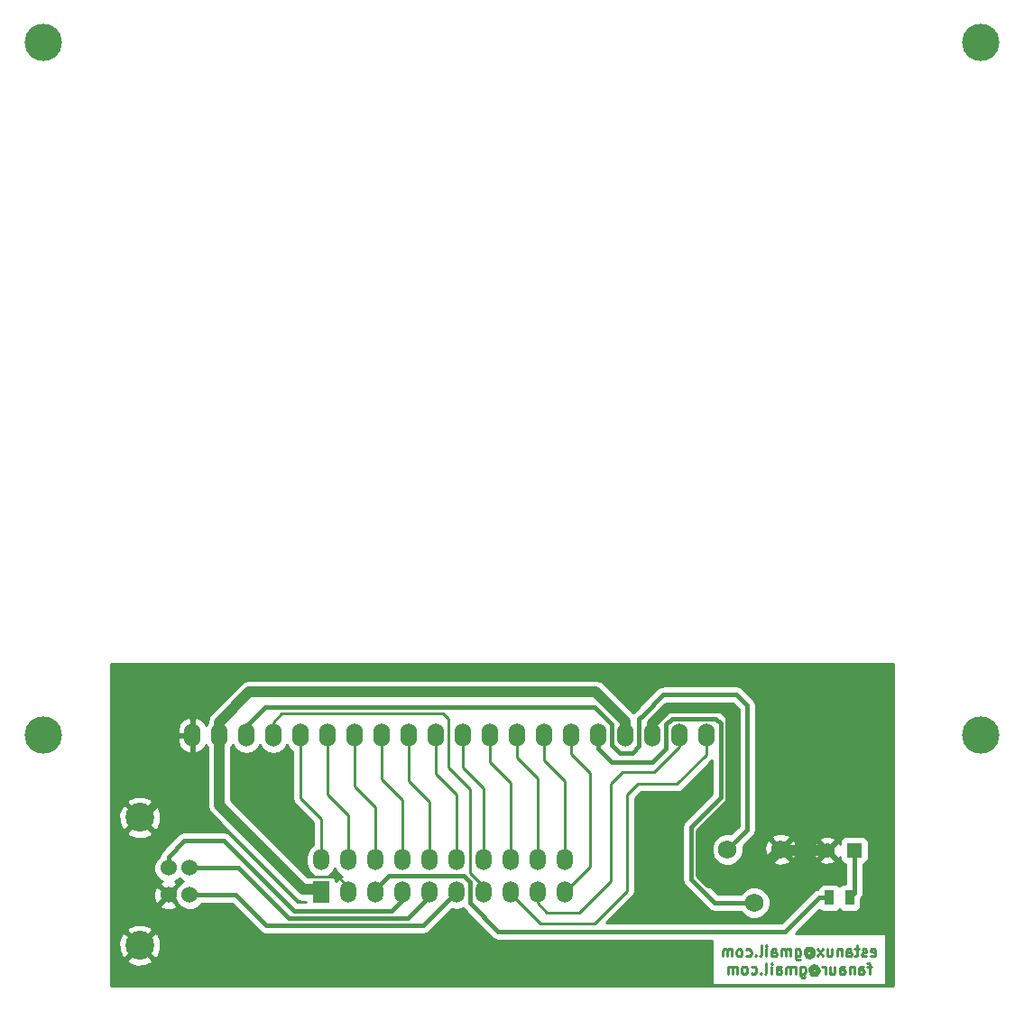
<source format=gbl>
G04 (created by PCBNEW (2013-mar-13)-testing) date Thu 18 Apr 2013 04:18:51 PM ART*
%MOIN*%
G04 Gerber Fmt 3.4, Leading zero omitted, Abs format*
%FSLAX34Y34*%
G01*
G70*
G90*
G04 APERTURE LIST*
%ADD10C,2.3622e-06*%
%ADD11C,0.00984252*%
%ADD12C,0.0689*%
%ADD13R,0.035X0.055*%
%ADD14C,0.06*%
%ADD15C,0.1063*%
%ADD16C,0.1378*%
%ADD17O,0.06X0.0866*%
%ADD18R,0.06X0.0787*%
%ADD19O,0.06X0.0787*%
%ADD20R,0.055X0.055*%
%ADD21C,0.055*%
%ADD22C,0.0787402*%
%ADD23C,0.0394*%
%ADD24C,0.01*%
%ADD25C,0.0157*%
G04 APERTURE END LIST*
G54D10*
G54D11*
X93114Y-50848D02*
X93152Y-50867D01*
X93227Y-50867D01*
X93264Y-50848D01*
X93283Y-50810D01*
X93283Y-50660D01*
X93264Y-50623D01*
X93227Y-50604D01*
X93152Y-50604D01*
X93114Y-50623D01*
X93096Y-50660D01*
X93096Y-50698D01*
X93283Y-50735D01*
X92946Y-50848D02*
X92908Y-50867D01*
X92833Y-50867D01*
X92796Y-50848D01*
X92777Y-50810D01*
X92777Y-50792D01*
X92796Y-50754D01*
X92833Y-50735D01*
X92889Y-50735D01*
X92927Y-50717D01*
X92946Y-50679D01*
X92946Y-50660D01*
X92927Y-50623D01*
X92889Y-50604D01*
X92833Y-50604D01*
X92796Y-50623D01*
X92664Y-50604D02*
X92514Y-50604D01*
X92608Y-50473D02*
X92608Y-50810D01*
X92589Y-50848D01*
X92552Y-50867D01*
X92514Y-50867D01*
X92215Y-50867D02*
X92215Y-50660D01*
X92233Y-50623D01*
X92271Y-50604D01*
X92346Y-50604D01*
X92383Y-50623D01*
X92215Y-50848D02*
X92252Y-50867D01*
X92346Y-50867D01*
X92383Y-50848D01*
X92402Y-50810D01*
X92402Y-50773D01*
X92383Y-50735D01*
X92346Y-50717D01*
X92252Y-50717D01*
X92215Y-50698D01*
X92027Y-50604D02*
X92027Y-50867D01*
X92027Y-50642D02*
X92008Y-50623D01*
X91971Y-50604D01*
X91915Y-50604D01*
X91877Y-50623D01*
X91858Y-50660D01*
X91858Y-50867D01*
X91502Y-50604D02*
X91502Y-50867D01*
X91671Y-50604D02*
X91671Y-50810D01*
X91652Y-50848D01*
X91615Y-50867D01*
X91558Y-50867D01*
X91521Y-50848D01*
X91502Y-50829D01*
X91352Y-50867D02*
X91146Y-50604D01*
X91352Y-50604D02*
X91146Y-50867D01*
X90752Y-50679D02*
X90771Y-50660D01*
X90808Y-50642D01*
X90846Y-50642D01*
X90883Y-50660D01*
X90902Y-50679D01*
X90921Y-50717D01*
X90921Y-50754D01*
X90902Y-50792D01*
X90883Y-50810D01*
X90846Y-50829D01*
X90808Y-50829D01*
X90771Y-50810D01*
X90752Y-50792D01*
X90752Y-50642D02*
X90752Y-50792D01*
X90733Y-50810D01*
X90715Y-50810D01*
X90677Y-50792D01*
X90658Y-50754D01*
X90658Y-50660D01*
X90696Y-50604D01*
X90752Y-50567D01*
X90827Y-50548D01*
X90902Y-50567D01*
X90958Y-50604D01*
X90996Y-50660D01*
X91015Y-50735D01*
X90996Y-50810D01*
X90958Y-50867D01*
X90902Y-50904D01*
X90827Y-50923D01*
X90752Y-50904D01*
X90696Y-50867D01*
X90321Y-50604D02*
X90321Y-50923D01*
X90340Y-50960D01*
X90359Y-50979D01*
X90396Y-50998D01*
X90452Y-50998D01*
X90490Y-50979D01*
X90321Y-50848D02*
X90359Y-50867D01*
X90434Y-50867D01*
X90471Y-50848D01*
X90490Y-50829D01*
X90508Y-50792D01*
X90508Y-50679D01*
X90490Y-50642D01*
X90471Y-50623D01*
X90434Y-50604D01*
X90359Y-50604D01*
X90321Y-50623D01*
X90134Y-50867D02*
X90134Y-50604D01*
X90134Y-50642D02*
X90115Y-50623D01*
X90077Y-50604D01*
X90021Y-50604D01*
X89984Y-50623D01*
X89965Y-50660D01*
X89965Y-50867D01*
X89965Y-50660D02*
X89946Y-50623D01*
X89909Y-50604D01*
X89852Y-50604D01*
X89815Y-50623D01*
X89796Y-50660D01*
X89796Y-50867D01*
X89440Y-50867D02*
X89440Y-50660D01*
X89459Y-50623D01*
X89496Y-50604D01*
X89571Y-50604D01*
X89609Y-50623D01*
X89440Y-50848D02*
X89477Y-50867D01*
X89571Y-50867D01*
X89609Y-50848D01*
X89627Y-50810D01*
X89627Y-50773D01*
X89609Y-50735D01*
X89571Y-50717D01*
X89477Y-50717D01*
X89440Y-50698D01*
X89252Y-50867D02*
X89252Y-50604D01*
X89252Y-50473D02*
X89271Y-50492D01*
X89252Y-50510D01*
X89234Y-50492D01*
X89252Y-50473D01*
X89252Y-50510D01*
X89009Y-50867D02*
X89046Y-50848D01*
X89065Y-50810D01*
X89065Y-50473D01*
X88859Y-50829D02*
X88840Y-50848D01*
X88859Y-50867D01*
X88877Y-50848D01*
X88859Y-50829D01*
X88859Y-50867D01*
X88502Y-50848D02*
X88540Y-50867D01*
X88615Y-50867D01*
X88652Y-50848D01*
X88671Y-50829D01*
X88690Y-50792D01*
X88690Y-50679D01*
X88671Y-50642D01*
X88652Y-50623D01*
X88615Y-50604D01*
X88540Y-50604D01*
X88502Y-50623D01*
X88278Y-50867D02*
X88315Y-50848D01*
X88334Y-50829D01*
X88353Y-50792D01*
X88353Y-50679D01*
X88334Y-50642D01*
X88315Y-50623D01*
X88278Y-50604D01*
X88221Y-50604D01*
X88184Y-50623D01*
X88165Y-50642D01*
X88146Y-50679D01*
X88146Y-50792D01*
X88165Y-50829D01*
X88184Y-50848D01*
X88221Y-50867D01*
X88278Y-50867D01*
X87978Y-50867D02*
X87978Y-50604D01*
X87978Y-50642D02*
X87959Y-50623D01*
X87921Y-50604D01*
X87865Y-50604D01*
X87828Y-50623D01*
X87809Y-50660D01*
X87809Y-50867D01*
X87809Y-50660D02*
X87790Y-50623D01*
X87753Y-50604D01*
X87696Y-50604D01*
X87659Y-50623D01*
X87640Y-50660D01*
X87640Y-50867D01*
X93133Y-51254D02*
X92983Y-51254D01*
X93077Y-51516D02*
X93077Y-51179D01*
X93058Y-51141D01*
X93021Y-51122D01*
X92983Y-51122D01*
X92683Y-51516D02*
X92683Y-51310D01*
X92702Y-51272D01*
X92739Y-51254D01*
X92814Y-51254D01*
X92852Y-51272D01*
X92683Y-51497D02*
X92721Y-51516D01*
X92814Y-51516D01*
X92852Y-51497D01*
X92871Y-51460D01*
X92871Y-51422D01*
X92852Y-51385D01*
X92814Y-51366D01*
X92721Y-51366D01*
X92683Y-51347D01*
X92496Y-51254D02*
X92496Y-51516D01*
X92496Y-51291D02*
X92477Y-51272D01*
X92440Y-51254D01*
X92383Y-51254D01*
X92346Y-51272D01*
X92327Y-51310D01*
X92327Y-51516D01*
X91971Y-51516D02*
X91971Y-51310D01*
X91990Y-51272D01*
X92027Y-51254D01*
X92102Y-51254D01*
X92140Y-51272D01*
X91971Y-51497D02*
X92008Y-51516D01*
X92102Y-51516D01*
X92140Y-51497D01*
X92158Y-51460D01*
X92158Y-51422D01*
X92140Y-51385D01*
X92102Y-51366D01*
X92008Y-51366D01*
X91971Y-51347D01*
X91615Y-51254D02*
X91615Y-51516D01*
X91783Y-51254D02*
X91783Y-51460D01*
X91765Y-51497D01*
X91727Y-51516D01*
X91671Y-51516D01*
X91633Y-51497D01*
X91615Y-51479D01*
X91427Y-51516D02*
X91427Y-51254D01*
X91427Y-51329D02*
X91408Y-51291D01*
X91390Y-51272D01*
X91352Y-51254D01*
X91315Y-51254D01*
X90940Y-51329D02*
X90958Y-51310D01*
X90996Y-51291D01*
X91033Y-51291D01*
X91071Y-51310D01*
X91090Y-51329D01*
X91108Y-51366D01*
X91108Y-51404D01*
X91090Y-51441D01*
X91071Y-51460D01*
X91033Y-51479D01*
X90996Y-51479D01*
X90958Y-51460D01*
X90940Y-51441D01*
X90940Y-51291D02*
X90940Y-51441D01*
X90921Y-51460D01*
X90902Y-51460D01*
X90865Y-51441D01*
X90846Y-51404D01*
X90846Y-51310D01*
X90883Y-51254D01*
X90940Y-51216D01*
X91015Y-51197D01*
X91090Y-51216D01*
X91146Y-51254D01*
X91183Y-51310D01*
X91202Y-51385D01*
X91183Y-51460D01*
X91146Y-51516D01*
X91090Y-51554D01*
X91015Y-51572D01*
X90940Y-51554D01*
X90883Y-51516D01*
X90508Y-51254D02*
X90508Y-51572D01*
X90527Y-51610D01*
X90546Y-51629D01*
X90583Y-51647D01*
X90640Y-51647D01*
X90677Y-51629D01*
X90508Y-51497D02*
X90546Y-51516D01*
X90621Y-51516D01*
X90658Y-51497D01*
X90677Y-51479D01*
X90696Y-51441D01*
X90696Y-51329D01*
X90677Y-51291D01*
X90658Y-51272D01*
X90621Y-51254D01*
X90546Y-51254D01*
X90508Y-51272D01*
X90321Y-51516D02*
X90321Y-51254D01*
X90321Y-51291D02*
X90302Y-51272D01*
X90265Y-51254D01*
X90209Y-51254D01*
X90171Y-51272D01*
X90152Y-51310D01*
X90152Y-51516D01*
X90152Y-51310D02*
X90134Y-51272D01*
X90096Y-51254D01*
X90040Y-51254D01*
X90002Y-51272D01*
X89984Y-51310D01*
X89984Y-51516D01*
X89627Y-51516D02*
X89627Y-51310D01*
X89646Y-51272D01*
X89684Y-51254D01*
X89759Y-51254D01*
X89796Y-51272D01*
X89627Y-51497D02*
X89665Y-51516D01*
X89759Y-51516D01*
X89796Y-51497D01*
X89815Y-51460D01*
X89815Y-51422D01*
X89796Y-51385D01*
X89759Y-51366D01*
X89665Y-51366D01*
X89627Y-51347D01*
X89440Y-51516D02*
X89440Y-51254D01*
X89440Y-51122D02*
X89459Y-51141D01*
X89440Y-51160D01*
X89421Y-51141D01*
X89440Y-51122D01*
X89440Y-51160D01*
X89196Y-51516D02*
X89234Y-51497D01*
X89252Y-51460D01*
X89252Y-51122D01*
X89046Y-51479D02*
X89027Y-51497D01*
X89046Y-51516D01*
X89065Y-51497D01*
X89046Y-51479D01*
X89046Y-51516D01*
X88690Y-51497D02*
X88727Y-51516D01*
X88802Y-51516D01*
X88840Y-51497D01*
X88859Y-51479D01*
X88877Y-51441D01*
X88877Y-51329D01*
X88859Y-51291D01*
X88840Y-51272D01*
X88802Y-51254D01*
X88727Y-51254D01*
X88690Y-51272D01*
X88465Y-51516D02*
X88502Y-51497D01*
X88521Y-51479D01*
X88540Y-51441D01*
X88540Y-51329D01*
X88521Y-51291D01*
X88502Y-51272D01*
X88465Y-51254D01*
X88409Y-51254D01*
X88371Y-51272D01*
X88353Y-51291D01*
X88334Y-51329D01*
X88334Y-51441D01*
X88353Y-51479D01*
X88371Y-51497D01*
X88409Y-51516D01*
X88465Y-51516D01*
X88165Y-51516D02*
X88165Y-51254D01*
X88165Y-51291D02*
X88146Y-51272D01*
X88109Y-51254D01*
X88053Y-51254D01*
X88015Y-51272D01*
X87996Y-51310D01*
X87996Y-51516D01*
X87996Y-51310D02*
X87978Y-51272D01*
X87940Y-51254D01*
X87884Y-51254D01*
X87846Y-51272D01*
X87828Y-51310D01*
X87828Y-51516D01*
G54D12*
X89784Y-46916D03*
X88800Y-48884D03*
X87816Y-46916D03*
G54D13*
X91575Y-48700D03*
X92325Y-48700D03*
G54D14*
X67950Y-48600D03*
X67950Y-47600D03*
X67163Y-47600D03*
X67163Y-48600D03*
G54D15*
X66100Y-50462D03*
X66100Y-45738D03*
G54D16*
X62527Y-17105D03*
X97173Y-17105D03*
X97173Y-42695D03*
X62527Y-42695D03*
G54D17*
X87039Y-42695D03*
X86039Y-42695D03*
X85039Y-42695D03*
X84039Y-42695D03*
X83039Y-42695D03*
X82039Y-42695D03*
X81039Y-42695D03*
X80039Y-42695D03*
X79039Y-42695D03*
X78039Y-42695D03*
X77039Y-42695D03*
X76039Y-42695D03*
X75039Y-42695D03*
X74039Y-42695D03*
X73039Y-42695D03*
X72039Y-42695D03*
X71039Y-42695D03*
X70039Y-42695D03*
X69039Y-42695D03*
X68039Y-42695D03*
G54D18*
X72800Y-48497D03*
G54D19*
X72800Y-47303D03*
X73800Y-48497D03*
X73800Y-47303D03*
X74800Y-48497D03*
X74800Y-47303D03*
X75800Y-48497D03*
X75800Y-47303D03*
X76800Y-48497D03*
X76800Y-47303D03*
X77800Y-48497D03*
X77800Y-47303D03*
X78800Y-48497D03*
X78800Y-47303D03*
X79800Y-48497D03*
X79800Y-47303D03*
X80800Y-48497D03*
X80800Y-47303D03*
X81800Y-48497D03*
X81800Y-47303D03*
G54D20*
X92500Y-46950D03*
G54D21*
X91500Y-46950D03*
G54D22*
X67306Y-44746D03*
X70546Y-44776D03*
G54D23*
X69039Y-42695D02*
X69039Y-42211D01*
X84039Y-42189D02*
X84039Y-42695D01*
X82950Y-41100D02*
X84039Y-42189D01*
X70150Y-41100D02*
X82950Y-41100D01*
X69039Y-42211D02*
X70150Y-41100D01*
X72800Y-48400D02*
X72150Y-48400D01*
X69039Y-45289D02*
X69039Y-42695D01*
X72150Y-48400D02*
X69039Y-45289D01*
G54D24*
X86039Y-42695D02*
X86039Y-43111D01*
X80800Y-48900D02*
X80800Y-48400D01*
X81150Y-49250D02*
X80800Y-48900D01*
X82350Y-49250D02*
X81150Y-49250D01*
X83500Y-48100D02*
X82350Y-49250D01*
X83500Y-44500D02*
X83500Y-48100D01*
X83950Y-44050D02*
X83500Y-44500D01*
X85100Y-44050D02*
X83950Y-44050D01*
X86039Y-43111D02*
X85100Y-44050D01*
X79800Y-48550D02*
X80900Y-49650D01*
X80900Y-49650D02*
X82900Y-49650D01*
X82900Y-49650D02*
X84100Y-48450D01*
X84100Y-48450D02*
X84100Y-44900D01*
X84100Y-44900D02*
X84500Y-44500D01*
X84500Y-44500D02*
X85950Y-44500D01*
X85950Y-44500D02*
X87039Y-43411D01*
X87039Y-43411D02*
X87039Y-42695D01*
X79800Y-48400D02*
X79800Y-48550D01*
X79800Y-47400D02*
X79800Y-44450D01*
X79039Y-43689D02*
X79039Y-42695D01*
X79800Y-44450D02*
X79039Y-43689D01*
X78039Y-42695D02*
X78039Y-43889D01*
X78800Y-44650D02*
X78800Y-47400D01*
X78039Y-43889D02*
X78800Y-44650D01*
X77800Y-47400D02*
X77800Y-44900D01*
X77039Y-44139D02*
X77039Y-42695D01*
X77800Y-44900D02*
X77039Y-44139D01*
X76800Y-45150D02*
X76039Y-44389D01*
X76039Y-44389D02*
X76039Y-42695D01*
X76800Y-47400D02*
X76800Y-45150D01*
X75039Y-42695D02*
X75039Y-44339D01*
X75800Y-45100D02*
X75800Y-47400D01*
X75039Y-44339D02*
X75800Y-45100D01*
X74800Y-45350D02*
X74039Y-44589D01*
X74039Y-44589D02*
X74039Y-42695D01*
X74800Y-47400D02*
X74800Y-45350D01*
X73800Y-47400D02*
X73800Y-45650D01*
X73039Y-44889D02*
X73039Y-42695D01*
X73800Y-45650D02*
X73039Y-44889D01*
X72039Y-45039D02*
X72800Y-45800D01*
X72800Y-45800D02*
X72800Y-47400D01*
X72039Y-42695D02*
X72039Y-45039D01*
X80800Y-47400D02*
X80800Y-44300D01*
X80039Y-43539D02*
X80039Y-42695D01*
X80800Y-44300D02*
X80039Y-43539D01*
X81039Y-43639D02*
X81800Y-44400D01*
X81800Y-44400D02*
X81800Y-47400D01*
X81039Y-42695D02*
X81039Y-43639D01*
X81900Y-48400D02*
X82750Y-47550D01*
X82750Y-47550D02*
X82750Y-44100D01*
X82750Y-44100D02*
X82039Y-43389D01*
X82039Y-43389D02*
X82039Y-42695D01*
X81800Y-48400D02*
X81900Y-48400D01*
G54D25*
X91200Y-48700D02*
X89950Y-49950D01*
X89950Y-49950D02*
X79350Y-49950D01*
X79350Y-49950D02*
X78300Y-48900D01*
X78300Y-48900D02*
X78300Y-48126D01*
X78300Y-48126D02*
X78074Y-47900D01*
X78074Y-47900D02*
X75300Y-47900D01*
X75300Y-47900D02*
X74800Y-48400D01*
X91575Y-48700D02*
X91200Y-48700D01*
X75800Y-48400D02*
X75800Y-48800D01*
X67163Y-47187D02*
X67163Y-47600D01*
X67750Y-46600D02*
X67163Y-47187D01*
X69200Y-46600D02*
X67750Y-46600D01*
X71800Y-49200D02*
X69200Y-46600D01*
X75400Y-49200D02*
X71800Y-49200D01*
X75800Y-48800D02*
X75400Y-49200D01*
X67950Y-47600D02*
X69750Y-47600D01*
X76800Y-48650D02*
X76800Y-48400D01*
X75990Y-49460D02*
X76800Y-48650D01*
X71610Y-49460D02*
X75990Y-49460D01*
X69750Y-47600D02*
X71610Y-49460D01*
X77800Y-48400D02*
X77800Y-48500D01*
X69650Y-48600D02*
X67950Y-48600D01*
X70770Y-49720D02*
X69650Y-48600D01*
X76580Y-49720D02*
X70770Y-49720D01*
X77800Y-48500D02*
X76580Y-49720D01*
X83039Y-43189D02*
X83550Y-43700D01*
X83550Y-43700D02*
X85050Y-43700D01*
X85050Y-43700D02*
X85550Y-43200D01*
X85550Y-43200D02*
X85550Y-42284D01*
X85550Y-42284D02*
X85756Y-42078D01*
X85756Y-42078D02*
X87378Y-42078D01*
X87378Y-42078D02*
X87572Y-42272D01*
X87572Y-42272D02*
X87572Y-44978D01*
X87572Y-44978D02*
X86472Y-46078D01*
X86472Y-46078D02*
X86472Y-48022D01*
X86472Y-48022D02*
X87334Y-48884D01*
X87334Y-48884D02*
X88800Y-48884D01*
X83039Y-42695D02*
X83039Y-43189D01*
X70039Y-42695D02*
X70039Y-42361D01*
X88550Y-46182D02*
X87816Y-46916D01*
X88550Y-41600D02*
X88550Y-46182D01*
X88150Y-41200D02*
X88550Y-41600D01*
X85450Y-41200D02*
X88150Y-41200D01*
X84700Y-41950D02*
X85450Y-41200D01*
X84550Y-42100D02*
X84700Y-41950D01*
X84550Y-43100D02*
X84550Y-42100D01*
X84300Y-43350D02*
X84550Y-43100D01*
X83850Y-43350D02*
X84300Y-43350D01*
X83550Y-43050D02*
X83850Y-43350D01*
X83550Y-42300D02*
X83550Y-43050D01*
X82900Y-41650D02*
X83550Y-42300D01*
X70750Y-41650D02*
X82900Y-41650D01*
X70039Y-42361D02*
X70750Y-41650D01*
G54D24*
X78800Y-48300D02*
X78300Y-47800D01*
X78300Y-47800D02*
X78300Y-44700D01*
X78300Y-44700D02*
X77500Y-43900D01*
X77500Y-43900D02*
X77500Y-42100D01*
X77500Y-42100D02*
X77300Y-41900D01*
X77300Y-41900D02*
X71350Y-41900D01*
X71350Y-41900D02*
X71039Y-42211D01*
X71039Y-42211D02*
X71039Y-42695D01*
X78800Y-48400D02*
X78800Y-48300D01*
X73800Y-48400D02*
X73800Y-48306D01*
X66314Y-45738D02*
X66100Y-45738D01*
X67306Y-44746D02*
X66314Y-45738D01*
X70546Y-46074D02*
X70546Y-44776D01*
X72380Y-47908D02*
X70546Y-46074D01*
X73402Y-47908D02*
X72380Y-47908D01*
X73800Y-48306D02*
X73402Y-47908D01*
G54D23*
X85039Y-42261D02*
X85600Y-41700D01*
X85600Y-41700D02*
X87650Y-41700D01*
X87650Y-41700D02*
X87950Y-42000D01*
X87950Y-42000D02*
X87950Y-45200D01*
X87950Y-45200D02*
X86850Y-46300D01*
X86850Y-46300D02*
X86850Y-47850D01*
X86850Y-47850D02*
X87150Y-48150D01*
X87150Y-48150D02*
X88550Y-48150D01*
X88550Y-48150D02*
X89784Y-46916D01*
X85039Y-42695D02*
X85039Y-42261D01*
X89818Y-46950D02*
X89784Y-46916D01*
X91500Y-46950D02*
X89818Y-46950D01*
G54D25*
X92500Y-46950D02*
X92500Y-48525D01*
X92500Y-48525D02*
X92325Y-48700D01*
G54D10*
G36*
X72500Y-46748D02*
X72411Y-46807D01*
X72291Y-46986D01*
X72250Y-47196D01*
X72250Y-47409D01*
X72291Y-47619D01*
X72411Y-47798D01*
X72494Y-47853D01*
X72450Y-47853D01*
X72358Y-47891D01*
X72316Y-47933D01*
X69486Y-45103D01*
X69486Y-43143D01*
X69539Y-43064D01*
X69650Y-43230D01*
X69828Y-43349D01*
X70039Y-43391D01*
X70249Y-43349D01*
X70427Y-43230D01*
X70539Y-43064D01*
X70650Y-43230D01*
X70828Y-43349D01*
X71039Y-43391D01*
X71249Y-43349D01*
X71427Y-43230D01*
X71539Y-43064D01*
X71650Y-43230D01*
X71739Y-43289D01*
X71739Y-45039D01*
X71761Y-45153D01*
X71826Y-45251D01*
X72500Y-45924D01*
X72500Y-46748D01*
X72500Y-46748D01*
G37*
G54D24*
X72500Y-46748D02*
X72411Y-46807D01*
X72291Y-46986D01*
X72250Y-47196D01*
X72250Y-47409D01*
X72291Y-47619D01*
X72411Y-47798D01*
X72494Y-47853D01*
X72450Y-47853D01*
X72358Y-47891D01*
X72316Y-47933D01*
X69486Y-45103D01*
X69486Y-43143D01*
X69539Y-43064D01*
X69650Y-43230D01*
X69828Y-43349D01*
X70039Y-43391D01*
X70249Y-43349D01*
X70427Y-43230D01*
X70539Y-43064D01*
X70650Y-43230D01*
X70828Y-43349D01*
X71039Y-43391D01*
X71249Y-43349D01*
X71427Y-43230D01*
X71539Y-43064D01*
X71650Y-43230D01*
X71739Y-43289D01*
X71739Y-45039D01*
X71761Y-45153D01*
X71826Y-45251D01*
X72500Y-45924D01*
X72500Y-46748D01*
G54D10*
G36*
X73574Y-47907D02*
X73440Y-47982D01*
X73350Y-48097D01*
X73350Y-48053D01*
X73312Y-47962D01*
X73241Y-47891D01*
X73149Y-47853D01*
X73105Y-47853D01*
X73188Y-47798D01*
X73300Y-47631D01*
X73411Y-47798D01*
X73574Y-47907D01*
X73574Y-47907D01*
G37*
G54D24*
X73574Y-47907D02*
X73440Y-47982D01*
X73350Y-48097D01*
X73350Y-48053D01*
X73312Y-47962D01*
X73241Y-47891D01*
X73149Y-47853D01*
X73105Y-47853D01*
X73188Y-47798D01*
X73300Y-47631D01*
X73411Y-47798D01*
X73574Y-47907D01*
G54D10*
G36*
X85096Y-42745D02*
X85089Y-42745D01*
X85089Y-42752D01*
X84989Y-42752D01*
X84989Y-42745D01*
X84981Y-42745D01*
X84981Y-42645D01*
X84989Y-42645D01*
X84989Y-42637D01*
X85089Y-42637D01*
X85089Y-42645D01*
X85096Y-42645D01*
X85096Y-42745D01*
X85096Y-42745D01*
G37*
G54D24*
X85096Y-42745D02*
X85089Y-42745D01*
X85089Y-42752D01*
X84989Y-42752D01*
X84989Y-42745D01*
X84981Y-42745D01*
X84981Y-42645D01*
X84989Y-42645D01*
X84989Y-42637D01*
X85089Y-42637D01*
X85089Y-42645D01*
X85096Y-42645D01*
X85096Y-42745D01*
G54D10*
G36*
X93950Y-51950D02*
X93657Y-51950D01*
X93657Y-51913D01*
X93657Y-50015D01*
X90348Y-50015D01*
X91218Y-49146D01*
X91258Y-49186D01*
X91350Y-49224D01*
X91449Y-49225D01*
X91799Y-49225D01*
X91891Y-49187D01*
X91950Y-49128D01*
X92008Y-49186D01*
X92100Y-49224D01*
X92199Y-49225D01*
X92549Y-49225D01*
X92641Y-49187D01*
X92711Y-49116D01*
X92749Y-49024D01*
X92750Y-48925D01*
X92750Y-48730D01*
X92750Y-48730D01*
X92803Y-48650D01*
X92803Y-48650D01*
X92823Y-48550D01*
X92828Y-48525D01*
X92828Y-48525D01*
X92828Y-48525D01*
X92828Y-47473D01*
X92916Y-47437D01*
X92986Y-47366D01*
X93024Y-47274D01*
X93025Y-47175D01*
X93025Y-46625D01*
X92987Y-46533D01*
X92916Y-46463D01*
X92824Y-46425D01*
X92725Y-46424D01*
X92175Y-46424D01*
X92083Y-46462D01*
X92013Y-46533D01*
X91975Y-46625D01*
X91974Y-46712D01*
X91960Y-46677D01*
X91867Y-46652D01*
X91797Y-46723D01*
X91797Y-46582D01*
X91772Y-46489D01*
X91575Y-46420D01*
X91367Y-46431D01*
X91227Y-46489D01*
X91202Y-46582D01*
X91500Y-46879D01*
X91797Y-46582D01*
X91797Y-46723D01*
X91570Y-46950D01*
X91867Y-47247D01*
X91960Y-47222D01*
X91974Y-47181D01*
X91974Y-47274D01*
X92012Y-47366D01*
X92083Y-47436D01*
X92171Y-47473D01*
X92171Y-48174D01*
X92100Y-48174D01*
X92008Y-48212D01*
X91949Y-48271D01*
X91891Y-48213D01*
X91799Y-48175D01*
X91797Y-48175D01*
X91797Y-47317D01*
X91500Y-47020D01*
X91429Y-47091D01*
X91429Y-46950D01*
X91132Y-46652D01*
X91039Y-46677D01*
X90970Y-46874D01*
X90981Y-47082D01*
X91039Y-47222D01*
X91132Y-47247D01*
X91429Y-46950D01*
X91429Y-47091D01*
X91202Y-47317D01*
X91227Y-47410D01*
X91424Y-47479D01*
X91632Y-47468D01*
X91772Y-47410D01*
X91797Y-47317D01*
X91797Y-48175D01*
X91700Y-48174D01*
X91350Y-48174D01*
X91258Y-48212D01*
X91188Y-48283D01*
X91150Y-48375D01*
X91150Y-48381D01*
X91074Y-48396D01*
X90967Y-48467D01*
X90383Y-49052D01*
X90383Y-47008D01*
X90372Y-46772D01*
X90302Y-46601D01*
X90202Y-46568D01*
X90131Y-46639D01*
X90131Y-46497D01*
X90098Y-46397D01*
X89876Y-46316D01*
X89640Y-46327D01*
X89469Y-46397D01*
X89436Y-46497D01*
X89784Y-46845D01*
X90131Y-46497D01*
X90131Y-46639D01*
X89854Y-46916D01*
X90202Y-47263D01*
X90302Y-47230D01*
X90383Y-47008D01*
X90383Y-49052D01*
X90131Y-49303D01*
X90131Y-47334D01*
X89784Y-46986D01*
X89713Y-47057D01*
X89713Y-46916D01*
X89365Y-46568D01*
X89265Y-46601D01*
X89184Y-46823D01*
X89195Y-47059D01*
X89265Y-47230D01*
X89365Y-47263D01*
X89713Y-46916D01*
X89713Y-47057D01*
X89436Y-47334D01*
X89469Y-47434D01*
X89691Y-47515D01*
X89927Y-47504D01*
X90098Y-47434D01*
X90131Y-47334D01*
X90131Y-49303D01*
X89813Y-49621D01*
X83352Y-49621D01*
X84312Y-48662D01*
X84312Y-48662D01*
X84377Y-48564D01*
X84399Y-48450D01*
X84400Y-48450D01*
X84400Y-45024D01*
X84624Y-44800D01*
X85950Y-44800D01*
X85950Y-44799D01*
X86064Y-44777D01*
X86064Y-44777D01*
X86162Y-44712D01*
X87243Y-43630D01*
X87243Y-44841D01*
X86239Y-45845D01*
X86168Y-45952D01*
X86143Y-46078D01*
X86143Y-48022D01*
X86168Y-48147D01*
X86239Y-48254D01*
X87101Y-49116D01*
X87208Y-49187D01*
X87208Y-49187D01*
X87334Y-49212D01*
X88292Y-49212D01*
X88295Y-49220D01*
X88462Y-49387D01*
X88681Y-49478D01*
X88917Y-49478D01*
X89136Y-49388D01*
X89303Y-49221D01*
X89394Y-49002D01*
X89394Y-48766D01*
X89304Y-48547D01*
X89137Y-48380D01*
X88918Y-48289D01*
X88682Y-48289D01*
X88463Y-48379D01*
X88296Y-48546D01*
X88292Y-48555D01*
X87470Y-48555D01*
X86800Y-47885D01*
X86800Y-46214D01*
X87804Y-45210D01*
X87804Y-45210D01*
X87804Y-45210D01*
X87875Y-45103D01*
X87875Y-45103D01*
X87900Y-44978D01*
X87900Y-42272D01*
X87900Y-42271D01*
X87900Y-42271D01*
X87895Y-42246D01*
X87875Y-42146D01*
X87875Y-42146D01*
X87804Y-42039D01*
X87804Y-42039D01*
X87610Y-41845D01*
X87503Y-41774D01*
X87378Y-41749D01*
X85756Y-41749D01*
X85630Y-41774D01*
X85523Y-41845D01*
X85317Y-42051D01*
X85295Y-42084D01*
X85203Y-42034D01*
X85174Y-42028D01*
X85089Y-42077D01*
X85089Y-42025D01*
X85586Y-41528D01*
X88013Y-41528D01*
X88221Y-41736D01*
X88221Y-46045D01*
X87942Y-46324D01*
X87934Y-46321D01*
X87698Y-46321D01*
X87479Y-46411D01*
X87312Y-46578D01*
X87221Y-46797D01*
X87221Y-47033D01*
X87311Y-47252D01*
X87478Y-47419D01*
X87697Y-47510D01*
X87933Y-47510D01*
X88152Y-47420D01*
X88319Y-47253D01*
X88410Y-47034D01*
X88410Y-46798D01*
X88407Y-46789D01*
X88782Y-46414D01*
X88853Y-46307D01*
X88853Y-46307D01*
X88878Y-46182D01*
X88878Y-41600D01*
X88878Y-41599D01*
X88878Y-41599D01*
X88873Y-41574D01*
X88853Y-41474D01*
X88853Y-41474D01*
X88782Y-41367D01*
X88782Y-41367D01*
X88382Y-40967D01*
X88275Y-40896D01*
X88150Y-40871D01*
X85450Y-40871D01*
X85449Y-40871D01*
X85424Y-40876D01*
X85324Y-40896D01*
X85217Y-40967D01*
X85217Y-40967D01*
X84467Y-41717D01*
X84333Y-41851D01*
X83266Y-40783D01*
X83121Y-40687D01*
X82950Y-40653D01*
X70150Y-40653D01*
X70149Y-40653D01*
X70115Y-40659D01*
X69978Y-40687D01*
X69833Y-40783D01*
X69833Y-40783D01*
X68722Y-41894D01*
X68626Y-42039D01*
X68592Y-42211D01*
X68592Y-42246D01*
X68535Y-42331D01*
X68527Y-42305D01*
X68392Y-42137D01*
X68203Y-42034D01*
X68174Y-42028D01*
X68089Y-42077D01*
X68089Y-42645D01*
X68096Y-42645D01*
X68096Y-42745D01*
X68089Y-42745D01*
X68089Y-43312D01*
X68174Y-43361D01*
X68203Y-43355D01*
X68392Y-43252D01*
X68527Y-43084D01*
X68535Y-43058D01*
X68592Y-43143D01*
X68592Y-45289D01*
X68626Y-45460D01*
X68722Y-45605D01*
X71833Y-48716D01*
X71833Y-48716D01*
X71978Y-48812D01*
X72149Y-48847D01*
X72149Y-48846D01*
X72150Y-48847D01*
X72249Y-48847D01*
X72249Y-48871D01*
X71936Y-48871D01*
X69432Y-46367D01*
X69325Y-46296D01*
X69200Y-46271D01*
X67989Y-46271D01*
X67989Y-43312D01*
X67989Y-42745D01*
X67989Y-42645D01*
X67989Y-42077D01*
X67903Y-42028D01*
X67874Y-42034D01*
X67685Y-42137D01*
X67550Y-42305D01*
X67489Y-42512D01*
X67489Y-42645D01*
X67989Y-42645D01*
X67989Y-42745D01*
X67489Y-42745D01*
X67489Y-42878D01*
X67550Y-43084D01*
X67685Y-43252D01*
X67874Y-43355D01*
X67903Y-43361D01*
X67989Y-43312D01*
X67989Y-46271D01*
X67750Y-46271D01*
X67624Y-46296D01*
X67517Y-46367D01*
X66930Y-46954D01*
X66884Y-47023D01*
X66884Y-45875D01*
X66877Y-45564D01*
X66772Y-45311D01*
X66653Y-45255D01*
X66582Y-45326D01*
X66582Y-45184D01*
X66526Y-45065D01*
X66237Y-44953D01*
X65926Y-44960D01*
X65673Y-45065D01*
X65617Y-45184D01*
X66100Y-45667D01*
X66582Y-45184D01*
X66582Y-45326D01*
X66170Y-45738D01*
X66653Y-46220D01*
X66772Y-46164D01*
X66884Y-45875D01*
X66884Y-47023D01*
X66859Y-47061D01*
X66843Y-47141D01*
X66697Y-47288D01*
X66613Y-47490D01*
X66612Y-47708D01*
X66696Y-47911D01*
X66851Y-48065D01*
X66926Y-48097D01*
X66875Y-48118D01*
X66847Y-48214D01*
X67163Y-48529D01*
X67478Y-48214D01*
X67450Y-48118D01*
X67395Y-48099D01*
X67474Y-48066D01*
X67556Y-47984D01*
X67638Y-48065D01*
X67719Y-48099D01*
X67638Y-48133D01*
X67484Y-48288D01*
X67440Y-48393D01*
X67233Y-48600D01*
X67440Y-48806D01*
X67483Y-48911D01*
X67638Y-49065D01*
X67840Y-49149D01*
X68058Y-49150D01*
X68261Y-49066D01*
X68399Y-48928D01*
X69513Y-48928D01*
X70537Y-49952D01*
X70537Y-49952D01*
X70644Y-50023D01*
X70644Y-50023D01*
X70744Y-50043D01*
X70769Y-50048D01*
X70769Y-50048D01*
X70770Y-50048D01*
X76580Y-50048D01*
X76705Y-50023D01*
X76705Y-50023D01*
X76812Y-49952D01*
X77642Y-49121D01*
X77800Y-49153D01*
X78010Y-49111D01*
X78040Y-49091D01*
X78067Y-49132D01*
X79117Y-50182D01*
X79117Y-50182D01*
X79224Y-50253D01*
X79224Y-50253D01*
X79350Y-50278D01*
X87247Y-50278D01*
X87247Y-51913D01*
X93657Y-51913D01*
X93657Y-51950D01*
X67478Y-51950D01*
X67478Y-48985D01*
X67163Y-48670D01*
X67092Y-48741D01*
X67092Y-48600D01*
X66777Y-48284D01*
X66681Y-48312D01*
X66608Y-48518D01*
X66619Y-48736D01*
X66681Y-48887D01*
X66777Y-48915D01*
X67092Y-48600D01*
X67092Y-48741D01*
X66847Y-48985D01*
X66875Y-49081D01*
X67081Y-49154D01*
X67299Y-49143D01*
X67450Y-49081D01*
X67478Y-48985D01*
X67478Y-51950D01*
X66884Y-51950D01*
X66884Y-50599D01*
X66877Y-50288D01*
X66772Y-50035D01*
X66653Y-49979D01*
X66582Y-50050D01*
X66582Y-49908D01*
X66582Y-46291D01*
X66100Y-45808D01*
X66029Y-45879D01*
X66029Y-45738D01*
X65546Y-45255D01*
X65427Y-45311D01*
X65315Y-45600D01*
X65322Y-45911D01*
X65427Y-46164D01*
X65546Y-46220D01*
X66029Y-45738D01*
X66029Y-45879D01*
X65617Y-46291D01*
X65673Y-46410D01*
X65962Y-46522D01*
X66273Y-46515D01*
X66526Y-46410D01*
X66582Y-46291D01*
X66582Y-49908D01*
X66526Y-49789D01*
X66237Y-49677D01*
X65926Y-49684D01*
X65673Y-49789D01*
X65617Y-49908D01*
X66100Y-50391D01*
X66582Y-49908D01*
X66582Y-50050D01*
X66170Y-50462D01*
X66653Y-50944D01*
X66772Y-50888D01*
X66884Y-50599D01*
X66884Y-51950D01*
X66582Y-51950D01*
X66582Y-51015D01*
X66100Y-50532D01*
X66029Y-50603D01*
X66029Y-50462D01*
X65546Y-49979D01*
X65427Y-50035D01*
X65315Y-50324D01*
X65322Y-50635D01*
X65427Y-50888D01*
X65546Y-50944D01*
X66029Y-50462D01*
X66029Y-50603D01*
X65617Y-51015D01*
X65673Y-51134D01*
X65962Y-51246D01*
X66273Y-51239D01*
X66526Y-51134D01*
X66582Y-51015D01*
X66582Y-51950D01*
X65050Y-51950D01*
X65050Y-40050D01*
X93950Y-40050D01*
X93950Y-51950D01*
X93950Y-51950D01*
G37*
G54D24*
X93950Y-51950D02*
X93657Y-51950D01*
X93657Y-51913D01*
X93657Y-50015D01*
X90348Y-50015D01*
X91218Y-49146D01*
X91258Y-49186D01*
X91350Y-49224D01*
X91449Y-49225D01*
X91799Y-49225D01*
X91891Y-49187D01*
X91950Y-49128D01*
X92008Y-49186D01*
X92100Y-49224D01*
X92199Y-49225D01*
X92549Y-49225D01*
X92641Y-49187D01*
X92711Y-49116D01*
X92749Y-49024D01*
X92750Y-48925D01*
X92750Y-48730D01*
X92750Y-48730D01*
X92803Y-48650D01*
X92803Y-48650D01*
X92823Y-48550D01*
X92828Y-48525D01*
X92828Y-48525D01*
X92828Y-48525D01*
X92828Y-47473D01*
X92916Y-47437D01*
X92986Y-47366D01*
X93024Y-47274D01*
X93025Y-47175D01*
X93025Y-46625D01*
X92987Y-46533D01*
X92916Y-46463D01*
X92824Y-46425D01*
X92725Y-46424D01*
X92175Y-46424D01*
X92083Y-46462D01*
X92013Y-46533D01*
X91975Y-46625D01*
X91974Y-46712D01*
X91960Y-46677D01*
X91867Y-46652D01*
X91797Y-46723D01*
X91797Y-46582D01*
X91772Y-46489D01*
X91575Y-46420D01*
X91367Y-46431D01*
X91227Y-46489D01*
X91202Y-46582D01*
X91500Y-46879D01*
X91797Y-46582D01*
X91797Y-46723D01*
X91570Y-46950D01*
X91867Y-47247D01*
X91960Y-47222D01*
X91974Y-47181D01*
X91974Y-47274D01*
X92012Y-47366D01*
X92083Y-47436D01*
X92171Y-47473D01*
X92171Y-48174D01*
X92100Y-48174D01*
X92008Y-48212D01*
X91949Y-48271D01*
X91891Y-48213D01*
X91799Y-48175D01*
X91797Y-48175D01*
X91797Y-47317D01*
X91500Y-47020D01*
X91429Y-47091D01*
X91429Y-46950D01*
X91132Y-46652D01*
X91039Y-46677D01*
X90970Y-46874D01*
X90981Y-47082D01*
X91039Y-47222D01*
X91132Y-47247D01*
X91429Y-46950D01*
X91429Y-47091D01*
X91202Y-47317D01*
X91227Y-47410D01*
X91424Y-47479D01*
X91632Y-47468D01*
X91772Y-47410D01*
X91797Y-47317D01*
X91797Y-48175D01*
X91700Y-48174D01*
X91350Y-48174D01*
X91258Y-48212D01*
X91188Y-48283D01*
X91150Y-48375D01*
X91150Y-48381D01*
X91074Y-48396D01*
X90967Y-48467D01*
X90383Y-49052D01*
X90383Y-47008D01*
X90372Y-46772D01*
X90302Y-46601D01*
X90202Y-46568D01*
X90131Y-46639D01*
X90131Y-46497D01*
X90098Y-46397D01*
X89876Y-46316D01*
X89640Y-46327D01*
X89469Y-46397D01*
X89436Y-46497D01*
X89784Y-46845D01*
X90131Y-46497D01*
X90131Y-46639D01*
X89854Y-46916D01*
X90202Y-47263D01*
X90302Y-47230D01*
X90383Y-47008D01*
X90383Y-49052D01*
X90131Y-49303D01*
X90131Y-47334D01*
X89784Y-46986D01*
X89713Y-47057D01*
X89713Y-46916D01*
X89365Y-46568D01*
X89265Y-46601D01*
X89184Y-46823D01*
X89195Y-47059D01*
X89265Y-47230D01*
X89365Y-47263D01*
X89713Y-46916D01*
X89713Y-47057D01*
X89436Y-47334D01*
X89469Y-47434D01*
X89691Y-47515D01*
X89927Y-47504D01*
X90098Y-47434D01*
X90131Y-47334D01*
X90131Y-49303D01*
X89813Y-49621D01*
X83352Y-49621D01*
X84312Y-48662D01*
X84312Y-48662D01*
X84377Y-48564D01*
X84399Y-48450D01*
X84400Y-48450D01*
X84400Y-45024D01*
X84624Y-44800D01*
X85950Y-44800D01*
X85950Y-44799D01*
X86064Y-44777D01*
X86064Y-44777D01*
X86162Y-44712D01*
X87243Y-43630D01*
X87243Y-44841D01*
X86239Y-45845D01*
X86168Y-45952D01*
X86143Y-46078D01*
X86143Y-48022D01*
X86168Y-48147D01*
X86239Y-48254D01*
X87101Y-49116D01*
X87208Y-49187D01*
X87208Y-49187D01*
X87334Y-49212D01*
X88292Y-49212D01*
X88295Y-49220D01*
X88462Y-49387D01*
X88681Y-49478D01*
X88917Y-49478D01*
X89136Y-49388D01*
X89303Y-49221D01*
X89394Y-49002D01*
X89394Y-48766D01*
X89304Y-48547D01*
X89137Y-48380D01*
X88918Y-48289D01*
X88682Y-48289D01*
X88463Y-48379D01*
X88296Y-48546D01*
X88292Y-48555D01*
X87470Y-48555D01*
X86800Y-47885D01*
X86800Y-46214D01*
X87804Y-45210D01*
X87804Y-45210D01*
X87804Y-45210D01*
X87875Y-45103D01*
X87875Y-45103D01*
X87900Y-44978D01*
X87900Y-42272D01*
X87900Y-42271D01*
X87900Y-42271D01*
X87895Y-42246D01*
X87875Y-42146D01*
X87875Y-42146D01*
X87804Y-42039D01*
X87804Y-42039D01*
X87610Y-41845D01*
X87503Y-41774D01*
X87378Y-41749D01*
X85756Y-41749D01*
X85630Y-41774D01*
X85523Y-41845D01*
X85317Y-42051D01*
X85295Y-42084D01*
X85203Y-42034D01*
X85174Y-42028D01*
X85089Y-42077D01*
X85089Y-42025D01*
X85586Y-41528D01*
X88013Y-41528D01*
X88221Y-41736D01*
X88221Y-46045D01*
X87942Y-46324D01*
X87934Y-46321D01*
X87698Y-46321D01*
X87479Y-46411D01*
X87312Y-46578D01*
X87221Y-46797D01*
X87221Y-47033D01*
X87311Y-47252D01*
X87478Y-47419D01*
X87697Y-47510D01*
X87933Y-47510D01*
X88152Y-47420D01*
X88319Y-47253D01*
X88410Y-47034D01*
X88410Y-46798D01*
X88407Y-46789D01*
X88782Y-46414D01*
X88853Y-46307D01*
X88853Y-46307D01*
X88878Y-46182D01*
X88878Y-41600D01*
X88878Y-41599D01*
X88878Y-41599D01*
X88873Y-41574D01*
X88853Y-41474D01*
X88853Y-41474D01*
X88782Y-41367D01*
X88782Y-41367D01*
X88382Y-40967D01*
X88275Y-40896D01*
X88150Y-40871D01*
X85450Y-40871D01*
X85449Y-40871D01*
X85424Y-40876D01*
X85324Y-40896D01*
X85217Y-40967D01*
X85217Y-40967D01*
X84467Y-41717D01*
X84333Y-41851D01*
X83266Y-40783D01*
X83121Y-40687D01*
X82950Y-40653D01*
X70150Y-40653D01*
X70149Y-40653D01*
X70115Y-40659D01*
X69978Y-40687D01*
X69833Y-40783D01*
X69833Y-40783D01*
X68722Y-41894D01*
X68626Y-42039D01*
X68592Y-42211D01*
X68592Y-42246D01*
X68535Y-42331D01*
X68527Y-42305D01*
X68392Y-42137D01*
X68203Y-42034D01*
X68174Y-42028D01*
X68089Y-42077D01*
X68089Y-42645D01*
X68096Y-42645D01*
X68096Y-42745D01*
X68089Y-42745D01*
X68089Y-43312D01*
X68174Y-43361D01*
X68203Y-43355D01*
X68392Y-43252D01*
X68527Y-43084D01*
X68535Y-43058D01*
X68592Y-43143D01*
X68592Y-45289D01*
X68626Y-45460D01*
X68722Y-45605D01*
X71833Y-48716D01*
X71833Y-48716D01*
X71978Y-48812D01*
X72149Y-48847D01*
X72149Y-48846D01*
X72150Y-48847D01*
X72249Y-48847D01*
X72249Y-48871D01*
X71936Y-48871D01*
X69432Y-46367D01*
X69325Y-46296D01*
X69200Y-46271D01*
X67989Y-46271D01*
X67989Y-43312D01*
X67989Y-42745D01*
X67989Y-42645D01*
X67989Y-42077D01*
X67903Y-42028D01*
X67874Y-42034D01*
X67685Y-42137D01*
X67550Y-42305D01*
X67489Y-42512D01*
X67489Y-42645D01*
X67989Y-42645D01*
X67989Y-42745D01*
X67489Y-42745D01*
X67489Y-42878D01*
X67550Y-43084D01*
X67685Y-43252D01*
X67874Y-43355D01*
X67903Y-43361D01*
X67989Y-43312D01*
X67989Y-46271D01*
X67750Y-46271D01*
X67624Y-46296D01*
X67517Y-46367D01*
X66930Y-46954D01*
X66884Y-47023D01*
X66884Y-45875D01*
X66877Y-45564D01*
X66772Y-45311D01*
X66653Y-45255D01*
X66582Y-45326D01*
X66582Y-45184D01*
X66526Y-45065D01*
X66237Y-44953D01*
X65926Y-44960D01*
X65673Y-45065D01*
X65617Y-45184D01*
X66100Y-45667D01*
X66582Y-45184D01*
X66582Y-45326D01*
X66170Y-45738D01*
X66653Y-46220D01*
X66772Y-46164D01*
X66884Y-45875D01*
X66884Y-47023D01*
X66859Y-47061D01*
X66843Y-47141D01*
X66697Y-47288D01*
X66613Y-47490D01*
X66612Y-47708D01*
X66696Y-47911D01*
X66851Y-48065D01*
X66926Y-48097D01*
X66875Y-48118D01*
X66847Y-48214D01*
X67163Y-48529D01*
X67478Y-48214D01*
X67450Y-48118D01*
X67395Y-48099D01*
X67474Y-48066D01*
X67556Y-47984D01*
X67638Y-48065D01*
X67719Y-48099D01*
X67638Y-48133D01*
X67484Y-48288D01*
X67440Y-48393D01*
X67233Y-48600D01*
X67440Y-48806D01*
X67483Y-48911D01*
X67638Y-49065D01*
X67840Y-49149D01*
X68058Y-49150D01*
X68261Y-49066D01*
X68399Y-48928D01*
X69513Y-48928D01*
X70537Y-49952D01*
X70537Y-49952D01*
X70644Y-50023D01*
X70644Y-50023D01*
X70744Y-50043D01*
X70769Y-50048D01*
X70769Y-50048D01*
X70770Y-50048D01*
X76580Y-50048D01*
X76705Y-50023D01*
X76705Y-50023D01*
X76812Y-49952D01*
X77642Y-49121D01*
X77800Y-49153D01*
X78010Y-49111D01*
X78040Y-49091D01*
X78067Y-49132D01*
X79117Y-50182D01*
X79117Y-50182D01*
X79224Y-50253D01*
X79224Y-50253D01*
X79350Y-50278D01*
X87247Y-50278D01*
X87247Y-51913D01*
X93657Y-51913D01*
X93657Y-51950D01*
X67478Y-51950D01*
X67478Y-48985D01*
X67163Y-48670D01*
X67092Y-48741D01*
X67092Y-48600D01*
X66777Y-48284D01*
X66681Y-48312D01*
X66608Y-48518D01*
X66619Y-48736D01*
X66681Y-48887D01*
X66777Y-48915D01*
X67092Y-48600D01*
X67092Y-48741D01*
X66847Y-48985D01*
X66875Y-49081D01*
X67081Y-49154D01*
X67299Y-49143D01*
X67450Y-49081D01*
X67478Y-48985D01*
X67478Y-51950D01*
X66884Y-51950D01*
X66884Y-50599D01*
X66877Y-50288D01*
X66772Y-50035D01*
X66653Y-49979D01*
X66582Y-50050D01*
X66582Y-49908D01*
X66582Y-46291D01*
X66100Y-45808D01*
X66029Y-45879D01*
X66029Y-45738D01*
X65546Y-45255D01*
X65427Y-45311D01*
X65315Y-45600D01*
X65322Y-45911D01*
X65427Y-46164D01*
X65546Y-46220D01*
X66029Y-45738D01*
X66029Y-45879D01*
X65617Y-46291D01*
X65673Y-46410D01*
X65962Y-46522D01*
X66273Y-46515D01*
X66526Y-46410D01*
X66582Y-46291D01*
X66582Y-49908D01*
X66526Y-49789D01*
X66237Y-49677D01*
X65926Y-49684D01*
X65673Y-49789D01*
X65617Y-49908D01*
X66100Y-50391D01*
X66582Y-49908D01*
X66582Y-50050D01*
X66170Y-50462D01*
X66653Y-50944D01*
X66772Y-50888D01*
X66884Y-50599D01*
X66884Y-51950D01*
X66582Y-51950D01*
X66582Y-51015D01*
X66100Y-50532D01*
X66029Y-50603D01*
X66029Y-50462D01*
X65546Y-49979D01*
X65427Y-50035D01*
X65315Y-50324D01*
X65322Y-50635D01*
X65427Y-50888D01*
X65546Y-50944D01*
X66029Y-50462D01*
X66029Y-50603D01*
X65617Y-51015D01*
X65673Y-51134D01*
X65962Y-51246D01*
X66273Y-51239D01*
X66526Y-51134D01*
X66582Y-51015D01*
X66582Y-51950D01*
X65050Y-51950D01*
X65050Y-40050D01*
X93950Y-40050D01*
X93950Y-51950D01*
M02*

</source>
